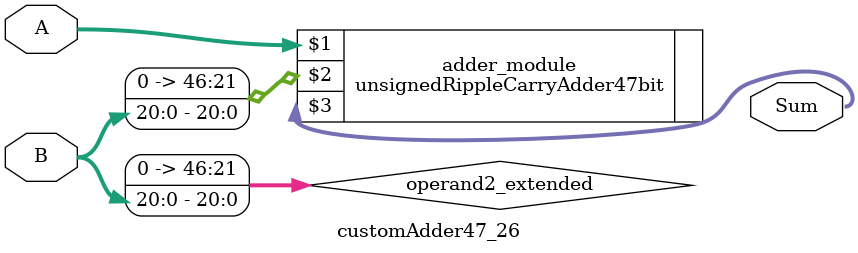
<source format=v>
module customAdder47_26(
                        input [46 : 0] A,
                        input [20 : 0] B,
                        
                        output [47 : 0] Sum
                );

        wire [46 : 0] operand2_extended;
        
        assign operand2_extended =  {26'b0, B};
        
        unsignedRippleCarryAdder47bit adder_module(
            A,
            operand2_extended,
            Sum
        );
        
        endmodule
        
</source>
